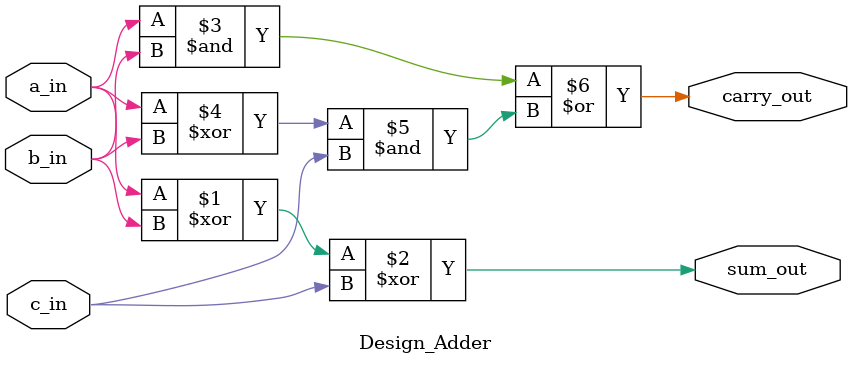
<source format=v>
`timescale 1ns / 1ps


module Design_Adder(
input a_in,
input b_in,
input c_in,
output sum_out,
output carry_out
    );
    assign sum_out = (a_in ^ b_in) ^ c_in;
    assign carry_out = (a_in & b_in) | ((a_in ^ b_in) & c_in);
endmodule

</source>
